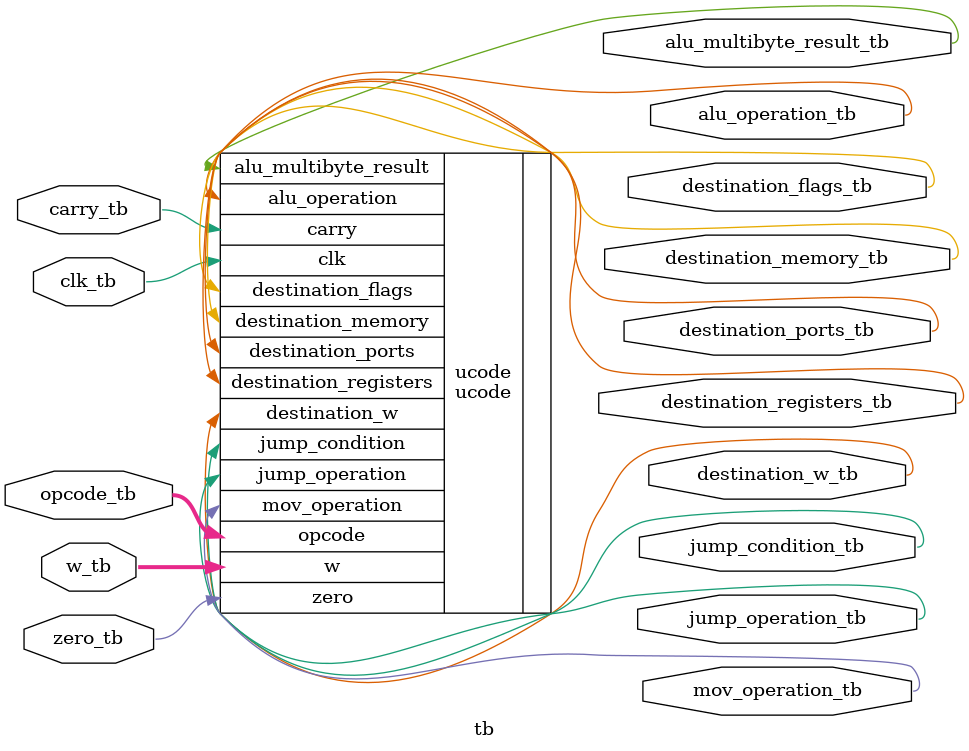
<source format=v>
`default_nettype none
`timescale 1ns/1ns

/*
this testbench just instantiates the module and makes some convenient wires
that can be driven / tested by the cocotb test.py
*/

module tb (
    // testbench is controlled by test/test_*.py files
    input wire clk_tb,
    input wire [7:0] opcode_tb,
    input wire [7:0] w_tb,
    input wire carry_tb,
    input wire zero_tb,
    output wire alu_operation_tb,
    output wire alu_multibyte_result_tb,
    output wire jump_operation_tb,
    output wire jump_condition_tb,
    output wire mov_operation_tb,
    output wire destination_w_tb,
    output wire destination_flags_tb,
    output wire destination_memory_tb,
    output wire destination_registers_tb,
    output wire destination_ports_tb
);

    // instantiate the DUT
    ucode ucode(
        .clk (clk_tb),
        .opcode (opcode_tb),
        .w (w_tb),
        .carry (carry_tb),
        .zero (zero_tb),
        .alu_operation (alu_operation_tb),
        .alu_multibyte_result (alu_multibyte_result_tb),
        .jump_operation (jump_operation_tb),
        .jump_condition (jump_condition_tb),
        .mov_operation (mov_operation_tb),
        .destination_w (destination_w_tb),
        .destination_flags (destination_flags_tb),
        .destination_memory (destination_memory_tb),
        .destination_registers (destination_registers_tb),
        .destination_ports (destination_ports_tb)
    );

endmodule

</source>
